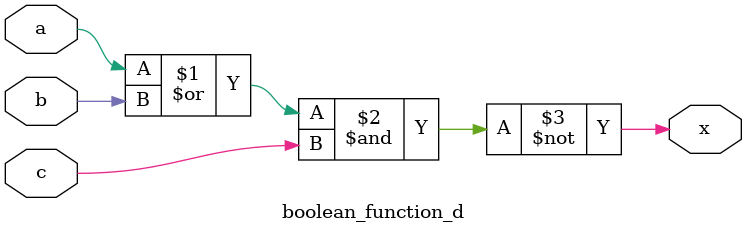
<source format=v>
`timescale 1ns / 1ps

module boolean_function_d(
input a,b,c,
output x
    );
assign x=~((a|b)&c);

endmodule

</source>
